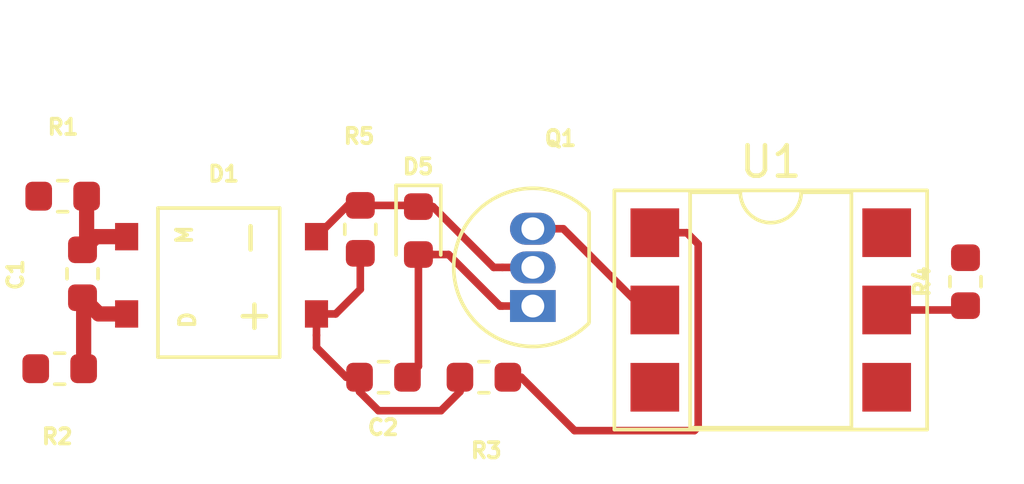
<source format=kicad_pcb>
(kicad_pcb (version 20171130) (host pcbnew "(5.1.5)-3")

  (general
    (thickness 1.6)
    (drawings 0)
    (tracks 50)
    (zones 0)
    (modules 11)
    (nets 14)
  )

  (page A4)
  (layers
    (0 F.Cu signal)
    (31 B.Cu signal)
    (32 B.Adhes user)
    (33 F.Adhes user)
    (34 B.Paste user)
    (35 F.Paste user)
    (36 B.SilkS user)
    (37 F.SilkS user)
    (38 B.Mask user)
    (39 F.Mask user)
    (40 Dwgs.User user)
    (41 Cmts.User user)
    (42 Eco1.User user)
    (43 Eco2.User user)
    (44 Edge.Cuts user)
    (45 Margin user)
    (46 B.CrtYd user)
    (47 F.CrtYd user)
    (48 B.Fab user)
    (49 F.Fab user)
  )

  (setup
    (last_trace_width 0.25)
    (trace_clearance 0.2)
    (zone_clearance 0.508)
    (zone_45_only no)
    (trace_min 0.2)
    (via_size 0.8)
    (via_drill 0.4)
    (via_min_size 0.4)
    (via_min_drill 0.3)
    (uvia_size 0.3)
    (uvia_drill 0.1)
    (uvias_allowed no)
    (uvia_min_size 0.2)
    (uvia_min_drill 0.1)
    (edge_width 0.05)
    (segment_width 0.2)
    (pcb_text_width 0.3)
    (pcb_text_size 1.5 1.5)
    (mod_edge_width 0.12)
    (mod_text_size 1 1)
    (mod_text_width 0.15)
    (pad_size 1.524 1.524)
    (pad_drill 0.762)
    (pad_to_mask_clearance 0.051)
    (solder_mask_min_width 0.25)
    (aux_axis_origin 0 0)
    (visible_elements 7FFFFFFF)
    (pcbplotparams
      (layerselection 0x010fc_ffffffff)
      (usegerberextensions false)
      (usegerberattributes false)
      (usegerberadvancedattributes false)
      (creategerberjobfile false)
      (excludeedgelayer true)
      (linewidth 0.100000)
      (plotframeref false)
      (viasonmask false)
      (mode 1)
      (useauxorigin false)
      (hpglpennumber 1)
      (hpglpenspeed 20)
      (hpglpendiameter 15.000000)
      (psnegative false)
      (psa4output false)
      (plotreference true)
      (plotvalue true)
      (plotinvisibletext false)
      (padsonsilk false)
      (subtractmaskfromsilk false)
      (outputformat 1)
      (mirror false)
      (drillshape 1)
      (scaleselection 1)
      (outputdirectory ""))
  )

  (net 0 "")
  (net 1 "Net-(C1-Pad2)")
  (net 2 "Net-(C1-Pad1)")
  (net 3 "Net-(C2-Pad2)")
  (net 4 "Net-(C2-Pad1)")
  (net 5 "Net-(D1-Pad2)")
  (net 6 "Net-(Q1-Pad3)")
  (net 7 AC)
  (net 8 "Net-(R3-Pad1)")
  (net 9 +5V)
  (net 10 OUT)
  (net 11 "Net-(U1-Pad6)")
  (net 12 "Net-(U1-Pad3)")
  (net 13 GND)

  (net_class Default "This is the default net class."
    (clearance 0.2)
    (trace_width 0.25)
    (via_dia 0.8)
    (via_drill 0.4)
    (uvia_dia 0.3)
    (uvia_drill 0.1)
  )

  (net_class 5V ""
    (clearance 0.5)
    (trace_width 0.25)
    (via_dia 0.8)
    (via_drill 0.4)
    (uvia_dia 0.3)
    (uvia_drill 0.1)
    (add_net +5V)
    (add_net GND)
    (add_net "Net-(C2-Pad1)")
    (add_net "Net-(C2-Pad2)")
    (add_net "Net-(D1-Pad2)")
    (add_net "Net-(Q1-Pad3)")
    (add_net "Net-(R3-Pad1)")
    (add_net "Net-(U1-Pad3)")
    (add_net "Net-(U1-Pad6)")
    (add_net OUT)
  )

  (net_class ACLC ""
    (clearance 0.8)
    (trace_width 0.5)
    (via_dia 0.8)
    (via_drill 0.4)
    (uvia_dia 0.3)
    (uvia_drill 0.1)
    (add_net AC)
    (add_net "Net-(C1-Pad1)")
    (add_net "Net-(C1-Pad2)")
  )

  (module "ZCD v-1:MDS_5_diode_bridge" (layer F.Cu) (tedit 5F598B1A) (tstamp 5F598D85)
    (at 121.25 89.88)
    (path /5F2295EF)
    (fp_text reference D1 (at 3.19 -4.6) (layer F.SilkS)
      (effects (font (size 0.5 0.5) (thickness 0.125)))
    )
    (fp_text value "MDS 5" (at 3 -1.4 90) (layer F.SilkS) hide
      (effects (font (size 0.5 0.5) (thickness 0.125)))
    )
    (fp_line (start 6.74 -3.64) (end -0.52 -3.64) (layer Dwgs.User) (width 0.12))
    (fp_line (start 6.74 1.58) (end 6.74 -3.64) (layer Dwgs.User) (width 0.12))
    (fp_line (start -0.52 1.58) (end 6.74 1.58) (layer Dwgs.User) (width 0.12))
    (fp_line (start -0.52 -3.64) (end -0.52 1.58) (layer Dwgs.User) (width 0.12))
    (fp_line (start 1.03 1.42) (end 1.03 -3.48) (layer F.SilkS) (width 0.12))
    (fp_line (start 5.03 1.42) (end 1.03 1.42) (layer F.SilkS) (width 0.12))
    (fp_line (start 5.03 -3.48) (end 5.03 1.42) (layer F.SilkS) (width 0.12))
    (fp_line (start 1.03 -3.48) (end 5.03 -3.48) (layer F.SilkS) (width 0.12))
    (fp_text user D (at 2 0.2 90) (layer F.SilkS)
      (effects (font (size 0.5 0.5) (thickness 0.125)))
    )
    (fp_text user M (at 1.9 -2.6 90) (layer F.SilkS)
      (effects (font (size 0.5 0.5) (thickness 0.125)))
    )
    (fp_text user + (at 4.2 0) (layer F.SilkS)
      (effects (font (size 1 1) (thickness 0.15)))
    )
    (fp_text user - (at 4 -2.5 90) (layer F.SilkS)
      (effects (font (size 1 1) (thickness 0.15)))
    )
    (pad 3 smd rect (at 0 -2.54) (size 0.76 0.9) (layers F.Cu F.Paste F.Mask)
      (net 2 "Net-(C1-Pad1)"))
    (pad 2 smd rect (at 6.24 -2.54) (size 0.76 0.9) (layers F.Cu F.Paste F.Mask)
      (net 5 "Net-(D1-Pad2)"))
    (pad 1 smd rect (at 6.24 0) (size 0.76 0.9) (layers F.Cu F.Paste F.Mask)
      (net 4 "Net-(C2-Pad1)"))
    (pad 4 smd rect (at 0 0) (size 0.76 0.9) (layers F.Cu F.Paste F.Mask)
      (net 1 "Net-(C1-Pad2)"))
  )

  (module Package_DIP:DIP-6_W7.62mm_SMDSocket_SmallPads (layer F.Cu) (tedit 5A02E8C5) (tstamp 5F4C96D2)
    (at 142.42 89.75)
    (descr "6-lead though-hole mounted DIP package, row spacing 7.62 mm (300 mils), SMDSocket, SmallPads")
    (tags "THT DIP DIL PDIP 2.54mm 7.62mm 300mil SMDSocket SmallPads")
    (path /5F277F11)
    (attr smd)
    (fp_text reference U1 (at 0 -4.87) (layer F.SilkS)
      (effects (font (size 1 1) (thickness 0.15)))
    )
    (fp_text value 4N35 (at 0 4.87) (layer F.Fab)
      (effects (font (size 1 1) (thickness 0.15)))
    )
    (fp_text user %R (at 0 0) (layer F.Fab)
      (effects (font (size 1 1) (thickness 0.15)))
    )
    (fp_line (start 5.35 -4.15) (end -5.35 -4.15) (layer F.CrtYd) (width 0.05))
    (fp_line (start 5.35 4.15) (end 5.35 -4.15) (layer F.CrtYd) (width 0.05))
    (fp_line (start -5.35 4.15) (end 5.35 4.15) (layer F.CrtYd) (width 0.05))
    (fp_line (start -5.35 -4.15) (end -5.35 4.15) (layer F.CrtYd) (width 0.05))
    (fp_line (start 5.14 -3.93) (end -5.14 -3.93) (layer F.SilkS) (width 0.12))
    (fp_line (start 5.14 3.93) (end 5.14 -3.93) (layer F.SilkS) (width 0.12))
    (fp_line (start -5.14 3.93) (end 5.14 3.93) (layer F.SilkS) (width 0.12))
    (fp_line (start -5.14 -3.93) (end -5.14 3.93) (layer F.SilkS) (width 0.12))
    (fp_line (start 2.65 -3.87) (end 1 -3.87) (layer F.SilkS) (width 0.12))
    (fp_line (start 2.65 3.87) (end 2.65 -3.87) (layer F.SilkS) (width 0.12))
    (fp_line (start -2.65 3.87) (end 2.65 3.87) (layer F.SilkS) (width 0.12))
    (fp_line (start -2.65 -3.87) (end -2.65 3.87) (layer F.SilkS) (width 0.12))
    (fp_line (start -1 -3.87) (end -2.65 -3.87) (layer F.SilkS) (width 0.12))
    (fp_line (start 5.08 -3.87) (end -5.08 -3.87) (layer F.Fab) (width 0.1))
    (fp_line (start 5.08 3.87) (end 5.08 -3.87) (layer F.Fab) (width 0.1))
    (fp_line (start -5.08 3.87) (end 5.08 3.87) (layer F.Fab) (width 0.1))
    (fp_line (start -5.08 -3.87) (end -5.08 3.87) (layer F.Fab) (width 0.1))
    (fp_line (start -3.175 -2.81) (end -2.175 -3.81) (layer F.Fab) (width 0.1))
    (fp_line (start -3.175 3.81) (end -3.175 -2.81) (layer F.Fab) (width 0.1))
    (fp_line (start 3.175 3.81) (end -3.175 3.81) (layer F.Fab) (width 0.1))
    (fp_line (start 3.175 -3.81) (end 3.175 3.81) (layer F.Fab) (width 0.1))
    (fp_line (start -2.175 -3.81) (end 3.175 -3.81) (layer F.Fab) (width 0.1))
    (fp_arc (start 0 -3.87) (end -1 -3.87) (angle -180) (layer F.SilkS) (width 0.12))
    (pad 6 smd rect (at 3.81 -2.54) (size 1.6 1.6) (layers F.Cu F.Paste F.Mask)
      (net 11 "Net-(U1-Pad6)"))
    (pad 3 smd rect (at -3.81 2.54) (size 1.6 1.6) (layers F.Cu F.Paste F.Mask)
      (net 12 "Net-(U1-Pad3)"))
    (pad 5 smd rect (at 3.81 0) (size 1.6 1.6) (layers F.Cu F.Paste F.Mask)
      (net 10 OUT))
    (pad 2 smd rect (at -3.81 0) (size 1.6 1.6) (layers F.Cu F.Paste F.Mask)
      (net 6 "Net-(Q1-Pad3)"))
    (pad 4 smd rect (at 3.81 2.54) (size 1.6 1.6) (layers F.Cu F.Paste F.Mask)
      (net 13 GND))
    (pad 1 smd rect (at -3.81 -2.54) (size 1.6 1.6) (layers F.Cu F.Paste F.Mask)
      (net 8 "Net-(R3-Pad1)"))
    (model ${KISYS3DMOD}/Package_DIP.3dshapes/DIP-6_W7.62mm_SMDSocket.wrl
      (at (xyz 0 0 0))
      (scale (xyz 1 1 1))
      (rotate (xyz 0 0 0))
    )
  )

  (module Resistor_SMD:R_0603_1608Metric (layer F.Cu) (tedit 5B301BBD) (tstamp 5F331706)
    (at 128.93 87.1 90)
    (descr "Resistor SMD 0603 (1608 Metric), square (rectangular) end terminal, IPC_7351 nominal, (Body size source: http://www.tortai-tech.com/upload/download/2011102023233369053.pdf), generated with kicad-footprint-generator")
    (tags resistor)
    (path /5F31594C)
    (attr smd)
    (fp_text reference R5 (at 3.06 -0.04 180) (layer F.SilkS)
      (effects (font (size 0.5 0.5) (thickness 0.125)))
    )
    (fp_text value 22k (at 2.18 0.03 180) (layer F.Fab)
      (effects (font (size 0.5 0.5) (thickness 0.125)))
    )
    (fp_text user %R (at 0 0 90) (layer F.Fab)
      (effects (font (size 0.4 0.4) (thickness 0.06)))
    )
    (fp_line (start 1.48 0.73) (end -1.48 0.73) (layer F.CrtYd) (width 0.05))
    (fp_line (start 1.48 -0.73) (end 1.48 0.73) (layer F.CrtYd) (width 0.05))
    (fp_line (start -1.48 -0.73) (end 1.48 -0.73) (layer F.CrtYd) (width 0.05))
    (fp_line (start -1.48 0.73) (end -1.48 -0.73) (layer F.CrtYd) (width 0.05))
    (fp_line (start -0.162779 0.51) (end 0.162779 0.51) (layer F.SilkS) (width 0.12))
    (fp_line (start -0.162779 -0.51) (end 0.162779 -0.51) (layer F.SilkS) (width 0.12))
    (fp_line (start 0.8 0.4) (end -0.8 0.4) (layer F.Fab) (width 0.1))
    (fp_line (start 0.8 -0.4) (end 0.8 0.4) (layer F.Fab) (width 0.1))
    (fp_line (start -0.8 -0.4) (end 0.8 -0.4) (layer F.Fab) (width 0.1))
    (fp_line (start -0.8 0.4) (end -0.8 -0.4) (layer F.Fab) (width 0.1))
    (pad 2 smd roundrect (at 0.7875 0 90) (size 0.875 0.95) (layers F.Cu F.Paste F.Mask) (roundrect_rratio 0.25)
      (net 5 "Net-(D1-Pad2)"))
    (pad 1 smd roundrect (at -0.7875 0 90) (size 0.875 0.95) (layers F.Cu F.Paste F.Mask) (roundrect_rratio 0.25)
      (net 4 "Net-(C2-Pad1)"))
    (model ${KISYS3DMOD}/Resistor_SMD.3dshapes/R_0603_1608Metric.wrl
      (at (xyz 0 0 0))
      (scale (xyz 1 1 1))
      (rotate (xyz 0 0 0))
    )
  )

  (module Resistor_SMD:R_0603_1608Metric (layer F.Cu) (tedit 5B301BBD) (tstamp 5F3316F5)
    (at 148.82 88.82 90)
    (descr "Resistor SMD 0603 (1608 Metric), square (rectangular) end terminal, IPC_7351 nominal, (Body size source: http://www.tortai-tech.com/upload/download/2011102023233369053.pdf), generated with kicad-footprint-generator")
    (tags resistor)
    (path /5F2DDD23)
    (attr smd)
    (fp_text reference R4 (at 0 -1.43 90) (layer F.SilkS)
      (effects (font (size 0.5 0.5) (thickness 0.125)))
    )
    (fp_text value 4.7k (at 0 1.43 90) (layer F.Fab)
      (effects (font (size 0.5 0.5) (thickness 0.125)))
    )
    (fp_line (start -0.8 0.4) (end -0.8 -0.4) (layer F.Fab) (width 0.1))
    (fp_line (start -0.8 -0.4) (end 0.8 -0.4) (layer F.Fab) (width 0.1))
    (fp_line (start 0.8 -0.4) (end 0.8 0.4) (layer F.Fab) (width 0.1))
    (fp_line (start 0.8 0.4) (end -0.8 0.4) (layer F.Fab) (width 0.1))
    (fp_line (start -0.162779 -0.51) (end 0.162779 -0.51) (layer F.SilkS) (width 0.12))
    (fp_line (start -0.162779 0.51) (end 0.162779 0.51) (layer F.SilkS) (width 0.12))
    (fp_line (start -1.48 0.73) (end -1.48 -0.73) (layer F.CrtYd) (width 0.05))
    (fp_line (start -1.48 -0.73) (end 1.48 -0.73) (layer F.CrtYd) (width 0.05))
    (fp_line (start 1.48 -0.73) (end 1.48 0.73) (layer F.CrtYd) (width 0.05))
    (fp_line (start 1.48 0.73) (end -1.48 0.73) (layer F.CrtYd) (width 0.05))
    (fp_text user %R (at 0 0 90) (layer F.Fab)
      (effects (font (size 0.4 0.4) (thickness 0.06)))
    )
    (pad 1 smd roundrect (at -0.7875 0 90) (size 0.875 0.95) (layers F.Cu F.Paste F.Mask) (roundrect_rratio 0.25)
      (net 10 OUT))
    (pad 2 smd roundrect (at 0.7875 0 90) (size 0.875 0.95) (layers F.Cu F.Paste F.Mask) (roundrect_rratio 0.25)
      (net 9 +5V))
    (model ${KISYS3DMOD}/Resistor_SMD.3dshapes/R_0603_1608Metric.wrl
      (at (xyz 0 0 0))
      (scale (xyz 1 1 1))
      (rotate (xyz 0 0 0))
    )
  )

  (module Resistor_SMD:R_0603_1608Metric (layer F.Cu) (tedit 5B301BBD) (tstamp 5F3316E4)
    (at 132.9925 91.96 180)
    (descr "Resistor SMD 0603 (1608 Metric), square (rectangular) end terminal, IPC_7351 nominal, (Body size source: http://www.tortai-tech.com/upload/download/2011102023233369053.pdf), generated with kicad-footprint-generator")
    (tags resistor)
    (path /5F29B656)
    (attr smd)
    (fp_text reference R3 (at -0.0775 -2.41) (layer F.SilkS)
      (effects (font (size 0.5 0.5) (thickness 0.125)))
    )
    (fp_text value 1k (at 0.0225 -1.54) (layer F.Fab)
      (effects (font (size 0.5 0.5) (thickness 0.125)))
    )
    (fp_text user %R (at 0.02 0.03) (layer F.Fab)
      (effects (font (size 0.4 0.4) (thickness 0.06)))
    )
    (fp_line (start 1.48 0.73) (end -1.48 0.73) (layer F.CrtYd) (width 0.05))
    (fp_line (start 1.48 -0.73) (end 1.48 0.73) (layer F.CrtYd) (width 0.05))
    (fp_line (start -1.48 -0.73) (end 1.48 -0.73) (layer F.CrtYd) (width 0.05))
    (fp_line (start -1.48 0.73) (end -1.48 -0.73) (layer F.CrtYd) (width 0.05))
    (fp_line (start -0.162779 0.51) (end 0.162779 0.51) (layer F.SilkS) (width 0.12))
    (fp_line (start -0.162779 -0.51) (end 0.162779 -0.51) (layer F.SilkS) (width 0.12))
    (fp_line (start 0.8 0.4) (end -0.8 0.4) (layer F.Fab) (width 0.1))
    (fp_line (start 0.8 -0.4) (end 0.8 0.4) (layer F.Fab) (width 0.1))
    (fp_line (start -0.8 -0.4) (end 0.8 -0.4) (layer F.Fab) (width 0.1))
    (fp_line (start -0.8 0.4) (end -0.8 -0.4) (layer F.Fab) (width 0.1))
    (pad 2 smd roundrect (at 0.7875 0 180) (size 0.875 0.95) (layers F.Cu F.Paste F.Mask) (roundrect_rratio 0.25)
      (net 4 "Net-(C2-Pad1)"))
    (pad 1 smd roundrect (at -0.7875 0 180) (size 0.875 0.95) (layers F.Cu F.Paste F.Mask) (roundrect_rratio 0.25)
      (net 8 "Net-(R3-Pad1)"))
    (model ${KISYS3DMOD}/Resistor_SMD.3dshapes/R_0603_1608Metric.wrl
      (at (xyz 0 0 0))
      (scale (xyz 1 1 1))
      (rotate (xyz 0 0 0))
    )
  )

  (module Resistor_SMD:R_0603_1608Metric (layer F.Cu) (tedit 5B301BBD) (tstamp 5F3316D3)
    (at 119.05 91.68 180)
    (descr "Resistor SMD 0603 (1608 Metric), square (rectangular) end terminal, IPC_7351 nominal, (Body size source: http://www.tortai-tech.com/upload/download/2011102023233369053.pdf), generated with kicad-footprint-generator")
    (tags resistor)
    (path /5F29AC9C)
    (attr smd)
    (fp_text reference R2 (at 0.08 -2.23) (layer F.SilkS)
      (effects (font (size 0.5 0.5) (thickness 0.125)))
    )
    (fp_text value 220k (at -0.02 -1.57) (layer F.Fab)
      (effects (font (size 0.5 0.5) (thickness 0.0625)))
    )
    (fp_text user %R (at 0 0) (layer F.Fab)
      (effects (font (size 0.4 0.4) (thickness 0.06)))
    )
    (fp_line (start 1.48 0.73) (end -1.48 0.73) (layer F.CrtYd) (width 0.05))
    (fp_line (start 1.48 -0.73) (end 1.48 0.73) (layer F.CrtYd) (width 0.05))
    (fp_line (start -1.48 -0.73) (end 1.48 -0.73) (layer F.CrtYd) (width 0.05))
    (fp_line (start -1.48 0.73) (end -1.48 -0.73) (layer F.CrtYd) (width 0.05))
    (fp_line (start -0.162779 0.51) (end 0.162779 0.51) (layer F.SilkS) (width 0.12))
    (fp_line (start -0.162779 -0.51) (end 0.162779 -0.51) (layer F.SilkS) (width 0.12))
    (fp_line (start 0.8 0.4) (end -0.8 0.4) (layer F.Fab) (width 0.1))
    (fp_line (start 0.8 -0.4) (end 0.8 0.4) (layer F.Fab) (width 0.1))
    (fp_line (start -0.8 -0.4) (end 0.8 -0.4) (layer F.Fab) (width 0.1))
    (fp_line (start -0.8 0.4) (end -0.8 -0.4) (layer F.Fab) (width 0.1))
    (pad 2 smd roundrect (at 0.7875 0 180) (size 0.875 0.95) (layers F.Cu F.Paste F.Mask) (roundrect_rratio 0.25)
      (net 7 AC))
    (pad 1 smd roundrect (at -0.7875 0 180) (size 0.875 0.95) (layers F.Cu F.Paste F.Mask) (roundrect_rratio 0.25)
      (net 1 "Net-(C1-Pad2)"))
    (model ${KISYS3DMOD}/Resistor_SMD.3dshapes/R_0603_1608Metric.wrl
      (at (xyz 0 0 0))
      (scale (xyz 1 1 1))
      (rotate (xyz 0 0 0))
    )
  )

  (module Resistor_SMD:R_0603_1608Metric (layer F.Cu) (tedit 5B301BBD) (tstamp 5F3316C2)
    (at 119.1475 86.01 180)
    (descr "Resistor SMD 0603 (1608 Metric), square (rectangular) end terminal, IPC_7351 nominal, (Body size source: http://www.tortai-tech.com/upload/download/2011102023233369053.pdf), generated with kicad-footprint-generator")
    (tags resistor)
    (path /5F298E9E)
    (attr smd)
    (fp_text reference R1 (at -0.0125 2.27) (layer F.SilkS)
      (effects (font (size 0.5 0.5) (thickness 0.125)))
    )
    (fp_text value 220k (at 0.0375 1.61) (layer F.Fab)
      (effects (font (size 0.5 0.5) (thickness 0.0625)))
    )
    (fp_text user %R (at 0 0) (layer F.Fab)
      (effects (font (size 0.4 0.4) (thickness 0.06)))
    )
    (fp_line (start 1.48 0.73) (end -1.48 0.73) (layer F.CrtYd) (width 0.05))
    (fp_line (start 1.48 -0.73) (end 1.48 0.73) (layer F.CrtYd) (width 0.05))
    (fp_line (start -1.48 -0.73) (end 1.48 -0.73) (layer F.CrtYd) (width 0.05))
    (fp_line (start -1.48 0.73) (end -1.48 -0.73) (layer F.CrtYd) (width 0.05))
    (fp_line (start -0.162779 0.51) (end 0.162779 0.51) (layer F.SilkS) (width 0.12))
    (fp_line (start -0.162779 -0.51) (end 0.162779 -0.51) (layer F.SilkS) (width 0.12))
    (fp_line (start 0.8 0.4) (end -0.8 0.4) (layer F.Fab) (width 0.1))
    (fp_line (start 0.8 -0.4) (end 0.8 0.4) (layer F.Fab) (width 0.1))
    (fp_line (start -0.8 -0.4) (end 0.8 -0.4) (layer F.Fab) (width 0.1))
    (fp_line (start -0.8 0.4) (end -0.8 -0.4) (layer F.Fab) (width 0.1))
    (pad 2 smd roundrect (at 0.7875 0 180) (size 0.875 0.95) (layers F.Cu F.Paste F.Mask) (roundrect_rratio 0.25)
      (net 7 AC))
    (pad 1 smd roundrect (at -0.7875 0 180) (size 0.875 0.95) (layers F.Cu F.Paste F.Mask) (roundrect_rratio 0.25)
      (net 2 "Net-(C1-Pad1)"))
    (model ${KISYS3DMOD}/Resistor_SMD.3dshapes/R_0603_1608Metric.wrl
      (at (xyz 0 0 0))
      (scale (xyz 1 1 1))
      (rotate (xyz 0 0 0))
    )
  )

  (module Package_TO_SOT_THT:TO-92_Inline (layer F.Cu) (tedit 5A1DD157) (tstamp 5F3316B1)
    (at 134.6 89.62 90)
    (descr "TO-92 leads in-line, narrow, oval pads, drill 0.75mm (see NXP sot054_po.pdf)")
    (tags "to-92 sc-43 sc-43a sot54 PA33 transistor")
    (path /5F234B76)
    (fp_text reference Q1 (at 5.51 0.91 180) (layer F.SilkS)
      (effects (font (size 0.5 0.5) (thickness 0.125)))
    )
    (fp_text value 2N3904 (at 4.49 -0.02 180) (layer F.Fab)
      (effects (font (size 0.5 0.5) (thickness 0.125)))
    )
    (fp_arc (start 1.27 0) (end 1.27 -2.6) (angle 135) (layer F.SilkS) (width 0.12))
    (fp_arc (start 1.27 0) (end 1.27 -2.48) (angle -135) (layer F.Fab) (width 0.1))
    (fp_arc (start 1.27 0) (end 1.27 -2.6) (angle -135) (layer F.SilkS) (width 0.12))
    (fp_arc (start 1.27 0) (end 1.27 -2.48) (angle 135) (layer F.Fab) (width 0.1))
    (fp_line (start 4 2.01) (end -1.46 2.01) (layer F.CrtYd) (width 0.05))
    (fp_line (start 4 2.01) (end 4 -2.73) (layer F.CrtYd) (width 0.05))
    (fp_line (start -1.46 -2.73) (end -1.46 2.01) (layer F.CrtYd) (width 0.05))
    (fp_line (start -1.46 -2.73) (end 4 -2.73) (layer F.CrtYd) (width 0.05))
    (fp_line (start -0.5 1.75) (end 3 1.75) (layer F.Fab) (width 0.1))
    (fp_line (start -0.53 1.85) (end 3.07 1.85) (layer F.SilkS) (width 0.12))
    (fp_text user %R (at 5.45 -0.91 180) (layer F.Fab)
      (effects (font (size 0.5 0.5) (thickness 0.125)))
    )
    (pad 1 thru_hole rect (at 0 0 90) (size 1.05 1.5) (drill 0.75) (layers *.Cu *.Mask)
      (net 3 "Net-(C2-Pad2)"))
    (pad 3 thru_hole oval (at 2.54 0 90) (size 1.05 1.5) (drill 0.75) (layers *.Cu *.Mask)
      (net 6 "Net-(Q1-Pad3)"))
    (pad 2 thru_hole oval (at 1.27 0 90) (size 1.05 1.5) (drill 0.75) (layers *.Cu *.Mask)
      (net 5 "Net-(D1-Pad2)"))
    (model ${KISYS3DMOD}/Package_TO_SOT_THT.3dshapes/TO-92_Inline.wrl
      (at (xyz 0 0 0))
      (scale (xyz 1 1 1))
      (rotate (xyz 0 0 0))
    )
  )

  (module Diode_SMD:D_0603_1608Metric (layer F.Cu) (tedit 5B301BBE) (tstamp 5F33169F)
    (at 130.84 87.14 270)
    (descr "Diode SMD 0603 (1608 Metric), square (rectangular) end terminal, IPC_7351 nominal, (Body size source: http://www.tortai-tech.com/upload/download/2011102023233369053.pdf), generated with kicad-footprint-generator")
    (tags diode)
    (path /5F23319C)
    (attr smd)
    (fp_text reference D5 (at -2.1 0.01 180) (layer F.SilkS)
      (effects (font (size 0.5 0.5) (thickness 0.125)))
    )
    (fp_text value 1N4148X-TP (at -5 0.02 90) (layer F.Fab)
      (effects (font (size 0.5 0.5) (thickness 0.125)))
    )
    (fp_text user %R (at 0 0 90) (layer F.Fab)
      (effects (font (size 0.4 0.4) (thickness 0.06)))
    )
    (fp_line (start 1.48 0.73) (end -1.48 0.73) (layer F.CrtYd) (width 0.05))
    (fp_line (start 1.48 -0.73) (end 1.48 0.73) (layer F.CrtYd) (width 0.05))
    (fp_line (start -1.48 -0.73) (end 1.48 -0.73) (layer F.CrtYd) (width 0.05))
    (fp_line (start -1.48 0.73) (end -1.48 -0.73) (layer F.CrtYd) (width 0.05))
    (fp_line (start -1.485 0.735) (end 0.8 0.735) (layer F.SilkS) (width 0.12))
    (fp_line (start -1.485 -0.735) (end -1.485 0.735) (layer F.SilkS) (width 0.12))
    (fp_line (start 0.8 -0.735) (end -1.485 -0.735) (layer F.SilkS) (width 0.12))
    (fp_line (start 0.8 0.4) (end 0.8 -0.4) (layer F.Fab) (width 0.1))
    (fp_line (start -0.8 0.4) (end 0.8 0.4) (layer F.Fab) (width 0.1))
    (fp_line (start -0.8 -0.1) (end -0.8 0.4) (layer F.Fab) (width 0.1))
    (fp_line (start -0.5 -0.4) (end -0.8 -0.1) (layer F.Fab) (width 0.1))
    (fp_line (start 0.8 -0.4) (end -0.5 -0.4) (layer F.Fab) (width 0.1))
    (pad 2 smd roundrect (at 0.7875 0 270) (size 0.875 0.95) (layers F.Cu F.Paste F.Mask) (roundrect_rratio 0.25)
      (net 3 "Net-(C2-Pad2)"))
    (pad 1 smd roundrect (at -0.7875 0 270) (size 0.875 0.95) (layers F.Cu F.Paste F.Mask) (roundrect_rratio 0.25)
      (net 5 "Net-(D1-Pad2)"))
    (model ${KISYS3DMOD}/Diode_SMD.3dshapes/D_0603_1608Metric.wrl
      (at (xyz 0 0 0))
      (scale (xyz 1 1 1))
      (rotate (xyz 0 0 0))
    )
  )

  (module Capacitor_SMD:C_0603_1608Metric (layer F.Cu) (tedit 5B301BBE) (tstamp 5F4C929E)
    (at 129.6925 91.96)
    (descr "Capacitor SMD 0603 (1608 Metric), square (rectangular) end terminal, IPC_7351 nominal, (Body size source: http://www.tortai-tech.com/upload/download/2011102023233369053.pdf), generated with kicad-footprint-generator")
    (tags capacitor)
    (path /5F31AC9C)
    (attr smd)
    (fp_text reference C2 (at -0.0125 1.65) (layer F.SilkS)
      (effects (font (size 0.5 0.5) (thickness 0.125)))
    )
    (fp_text value 10uF/10v (at 0.0875 2.44 180) (layer F.Fab)
      (effects (font (size 0.5 0.5) (thickness 0.125)))
    )
    (fp_text user %R (at 0 0) (layer F.Fab)
      (effects (font (size 0.4 0.4) (thickness 0.06)))
    )
    (fp_line (start 1.48 0.73) (end -1.48 0.73) (layer F.CrtYd) (width 0.05))
    (fp_line (start 1.48 -0.73) (end 1.48 0.73) (layer F.CrtYd) (width 0.05))
    (fp_line (start -1.48 -0.73) (end 1.48 -0.73) (layer F.CrtYd) (width 0.05))
    (fp_line (start -1.48 0.73) (end -1.48 -0.73) (layer F.CrtYd) (width 0.05))
    (fp_line (start -0.162779 0.51) (end 0.162779 0.51) (layer F.SilkS) (width 0.12))
    (fp_line (start -0.162779 -0.51) (end 0.162779 -0.51) (layer F.SilkS) (width 0.12))
    (fp_line (start 0.8 0.4) (end -0.8 0.4) (layer F.Fab) (width 0.1))
    (fp_line (start 0.8 -0.4) (end 0.8 0.4) (layer F.Fab) (width 0.1))
    (fp_line (start -0.8 -0.4) (end 0.8 -0.4) (layer F.Fab) (width 0.1))
    (fp_line (start -0.8 0.4) (end -0.8 -0.4) (layer F.Fab) (width 0.1))
    (pad 2 smd roundrect (at 0.7875 0) (size 0.875 0.95) (layers F.Cu F.Paste F.Mask) (roundrect_rratio 0.25)
      (net 3 "Net-(C2-Pad2)"))
    (pad 1 smd roundrect (at -0.7875 0) (size 0.875 0.95) (layers F.Cu F.Paste F.Mask) (roundrect_rratio 0.25)
      (net 4 "Net-(C2-Pad1)"))
    (model ${KISYS3DMOD}/Capacitor_SMD.3dshapes/C_0603_1608Metric.wrl
      (at (xyz 0 0 0))
      (scale (xyz 1 1 1))
      (rotate (xyz 0 0 0))
    )
  )

  (module Capacitor_SMD:C_0603_1608Metric (layer F.Cu) (tedit 5B301BBE) (tstamp 5F33166A)
    (at 119.8 88.56 270)
    (descr "Capacitor SMD 0603 (1608 Metric), square (rectangular) end terminal, IPC_7351 nominal, (Body size source: http://www.tortai-tech.com/upload/download/2011102023233369053.pdf), generated with kicad-footprint-generator")
    (tags capacitor)
    (path /5F227481)
    (attr smd)
    (fp_text reference C1 (at 0.03 2.2 90) (layer F.SilkS)
      (effects (font (size 0.5 0.5) (thickness 0.125)))
    )
    (fp_text value 1nF (at 0 1.43 90) (layer F.Fab)
      (effects (font (size 0.5 0.5) (thickness 0.125)))
    )
    (fp_text user %R (at 0 0 90) (layer F.Fab)
      (effects (font (size 0.4 0.4) (thickness 0.06)))
    )
    (fp_line (start 1.48 0.73) (end -1.48 0.73) (layer F.CrtYd) (width 0.05))
    (fp_line (start 1.48 -0.73) (end 1.48 0.73) (layer F.CrtYd) (width 0.05))
    (fp_line (start -1.48 -0.73) (end 1.48 -0.73) (layer F.CrtYd) (width 0.05))
    (fp_line (start -1.48 0.73) (end -1.48 -0.73) (layer F.CrtYd) (width 0.05))
    (fp_line (start -0.162779 0.51) (end 0.162779 0.51) (layer F.SilkS) (width 0.12))
    (fp_line (start -0.162779 -0.51) (end 0.162779 -0.51) (layer F.SilkS) (width 0.12))
    (fp_line (start 0.8 0.4) (end -0.8 0.4) (layer F.Fab) (width 0.1))
    (fp_line (start 0.8 -0.4) (end 0.8 0.4) (layer F.Fab) (width 0.1))
    (fp_line (start -0.8 -0.4) (end 0.8 -0.4) (layer F.Fab) (width 0.1))
    (fp_line (start -0.8 0.4) (end -0.8 -0.4) (layer F.Fab) (width 0.1))
    (pad 2 smd roundrect (at 0.7875 0 270) (size 0.875 0.95) (layers F.Cu F.Paste F.Mask) (roundrect_rratio 0.25)
      (net 1 "Net-(C1-Pad2)"))
    (pad 1 smd roundrect (at -0.7875 0 270) (size 0.875 0.95) (layers F.Cu F.Paste F.Mask) (roundrect_rratio 0.25)
      (net 2 "Net-(C1-Pad1)"))
    (model ${KISYS3DMOD}/Capacitor_SMD.3dshapes/C_0603_1608Metric.wrl
      (at (xyz 0 0 0))
      (scale (xyz 1 1 1))
      (rotate (xyz 0 0 0))
    )
  )

  (segment (start 119.8375 89.385) (end 119.8 89.3475) (width 0.5) (layer F.Cu) (net 1))
  (segment (start 119.8375 91.68) (end 119.8375 89.385) (width 0.5) (layer F.Cu) (net 1))
  (segment (start 120.3325 89.88) (end 119.8 89.3475) (width 0.5) (layer F.Cu) (net 1))
  (segment (start 121.25 89.88) (end 120.3325 89.88) (width 0.5) (layer F.Cu) (net 1))
  (segment (start 119.935 87.6375) (end 119.8 87.7725) (width 0.5) (layer F.Cu) (net 2))
  (segment (start 119.935 86.01) (end 119.935 87.6375) (width 0.5) (layer F.Cu) (net 2))
  (segment (start 120.2325 87.34) (end 119.8 87.7725) (width 0.5) (layer F.Cu) (net 2))
  (segment (start 121.25 87.34) (end 120.2325 87.34) (width 0.5) (layer F.Cu) (net 2))
  (segment (start 130.84 87.9275) (end 131.315 87.9275) (width 0.25) (layer F.Cu) (net 3))
  (segment (start 130.48 91.96) (end 130.53674 91.96) (width 0.25) (layer F.Cu) (net 3))
  (segment (start 130.84 91.6) (end 130.48 91.96) (width 0.25) (layer F.Cu) (net 3))
  (segment (start 130.84 87.9275) (end 130.84 91.6) (width 0.25) (layer F.Cu) (net 3))
  (segment (start 133.6 89.62) (end 134.6 89.62) (width 0.25) (layer F.Cu) (net 3))
  (segment (start 133.521826 89.62) (end 133.6 89.62) (width 0.25) (layer F.Cu) (net 3))
  (segment (start 131.829326 87.9275) (end 133.521826 89.62) (width 0.25) (layer F.Cu) (net 3))
  (segment (start 130.84 87.9275) (end 131.829326 87.9275) (width 0.25) (layer F.Cu) (net 3))
  (segment (start 129.53001 93.06001) (end 128.905 92.435) (width 0.25) (layer F.Cu) (net 4))
  (segment (start 131.57999 93.06001) (end 129.53001 93.06001) (width 0.25) (layer F.Cu) (net 4))
  (segment (start 128.905 92.435) (end 128.905 91.96) (width 0.25) (layer F.Cu) (net 4))
  (segment (start 132.205 92.435) (end 131.57999 93.06001) (width 0.25) (layer F.Cu) (net 4))
  (segment (start 132.205 91.96) (end 132.205 92.435) (width 0.25) (layer F.Cu) (net 4))
  (segment (start 128.93 91.935) (end 128.905 91.96) (width 0.25) (layer F.Cu) (net 4))
  (segment (start 128.93 89.07) (end 128.93 88.325) (width 0.25) (layer F.Cu) (net 4))
  (segment (start 128.12 89.88) (end 128.93 89.07) (width 0.25) (layer F.Cu) (net 4))
  (segment (start 128.93 88.325) (end 128.93 87.8875) (width 0.25) (layer F.Cu) (net 4))
  (segment (start 127.49 89.88) (end 128.12 89.88) (width 0.25) (layer F.Cu) (net 4))
  (segment (start 127.49 90.9825) (end 127.49 90.58) (width 0.25) (layer F.Cu) (net 4))
  (segment (start 127.49 90.58) (end 127.49 89.88) (width 0.25) (layer F.Cu) (net 4))
  (segment (start 128.4675 91.96) (end 127.49 90.9825) (width 0.25) (layer F.Cu) (net 4))
  (segment (start 128.905 91.96) (end 128.4675 91.96) (width 0.25) (layer F.Cu) (net 4))
  (segment (start 133.6 88.35) (end 134.6 88.35) (width 0.25) (layer F.Cu) (net 5))
  (segment (start 133.3125 88.35) (end 133.6 88.35) (width 0.25) (layer F.Cu) (net 5))
  (segment (start 131.315 86.3525) (end 133.3125 88.35) (width 0.25) (layer F.Cu) (net 5))
  (segment (start 130.84 86.3525) (end 131.315 86.3525) (width 0.25) (layer F.Cu) (net 5))
  (segment (start 130.8 86.3125) (end 130.84 86.3525) (width 0.25) (layer F.Cu) (net 5))
  (segment (start 128.93 86.3125) (end 130.8 86.3125) (width 0.25) (layer F.Cu) (net 5))
  (segment (start 128.5175 86.3125) (end 127.49 87.34) (width 0.25) (layer F.Cu) (net 5))
  (segment (start 128.93 86.3125) (end 128.5175 86.3125) (width 0.25) (layer F.Cu) (net 5))
  (segment (start 138.27 89.75) (end 138.61 89.75) (width 0.25) (layer F.Cu) (net 6))
  (segment (start 135.6 87.08) (end 138.27 89.75) (width 0.25) (layer F.Cu) (net 6))
  (segment (start 134.6 87.08) (end 135.6 87.08) (width 0.25) (layer F.Cu) (net 6))
  (segment (start 139.66 87.21) (end 138.61 87.21) (width 0.25) (layer F.Cu) (net 8))
  (segment (start 140.035001 87.585001) (end 139.66 87.21) (width 0.25) (layer F.Cu) (net 8))
  (segment (start 140.035001 93.590001) (end 140.035001 87.585001) (width 0.25) (layer F.Cu) (net 8))
  (segment (start 139.910001 93.715001) (end 140.035001 93.590001) (width 0.25) (layer F.Cu) (net 8))
  (segment (start 134.2175 91.96) (end 135.972501 93.715001) (width 0.25) (layer F.Cu) (net 8))
  (segment (start 135.972501 93.715001) (end 139.910001 93.715001) (width 0.25) (layer F.Cu) (net 8))
  (segment (start 133.78 91.96) (end 134.2175 91.96) (width 0.25) (layer F.Cu) (net 8))
  (segment (start 148.6775 89.75) (end 148.82 89.6075) (width 0.25) (layer F.Cu) (net 10))
  (segment (start 146.23 89.75) (end 148.6775 89.75) (width 0.25) (layer F.Cu) (net 10))

)

</source>
